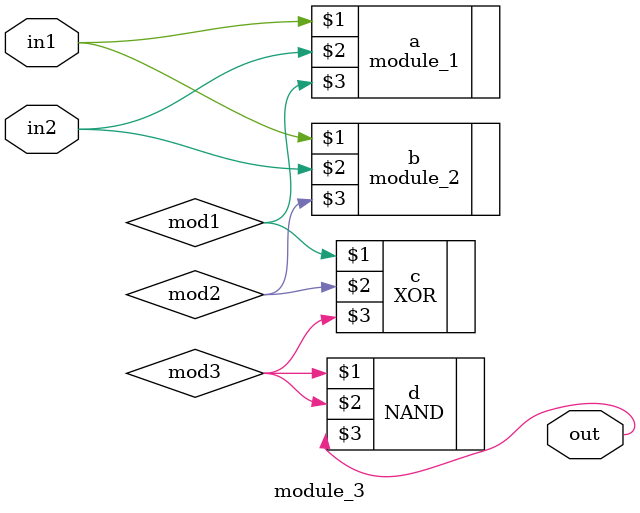
<source format=v>
module module_3 (in1,in2,out);
    input in1,in2;
    output out;
    wire mod1,mod2,mod3;
    wire in1,in2,out;

    module_1 a(in1, in2, mod1);
    module_2 b(in1, in2, mod2);
    XOR c(mod1, mod2, mod3);

    NAND d(mod3, mod3, out);

endmodule
</source>
